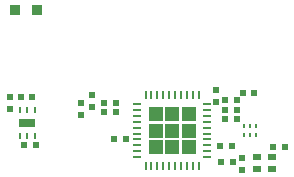
<source format=gtp>
%FSLAX44Y44*%
%MOMM*%
G71*
G01*
G75*
G04 Layer_Color=8421504*
%ADD10R,0.6000X0.6000*%
%ADD11R,0.6000X0.6000*%
%ADD12R,3.4800X0.2000*%
%ADD13R,0.4600X0.4600*%
%ADD14R,0.7500X0.6500*%
%ADD15R,0.2500X0.4000*%
%ADD16R,2.2000X1.0500*%
%ADD17R,1.0500X1.0000*%
%ADD18R,0.3500X0.6000*%
%ADD19R,1.6000X1.0000*%
%ADD20R,1.0000X1.0000*%
%ADD21O,0.7500X0.2800*%
%ADD22O,0.2800X0.7500*%
%ADD23R,4.2000X4.2000*%
%ADD24C,0.1500*%
%ADD25C,0.4000*%
%ADD26C,0.6000*%
%ADD27C,0.2200*%
%ADD28C,0.2500*%
%ADD29C,0.3000*%
%ADD30C,0.2000*%
%ADD31R,4.1148X1.3716*%
%ADD32R,1.0000X1.0000*%
%ADD33C,1.0000*%
%ADD34C,1.5000*%
%ADD35R,1.5000X1.5000*%
%ADD36C,0.4000*%
%ADD37R,1.2000X1.2000*%
%ADD38R,0.5000X0.5000*%
%ADD39R,0.5000X0.5000*%
%ADD40R,0.6500X0.5500*%
%ADD41R,0.1500X0.3000*%
%ADD42R,0.2500X0.5000*%
%ADD43R,1.4000X0.8000*%
%ADD44R,0.9000X0.9000*%
%ADD45O,0.7000X0.2300*%
%ADD46O,0.2300X0.7000*%
D37*
X2656750Y2553750D02*
D03*
X2642750D02*
D03*
X2628750D02*
D03*
Y2539750D02*
D03*
X2656750D02*
D03*
Y2525750D02*
D03*
X2642750D02*
D03*
X2628750D02*
D03*
X2642750Y2539750D02*
D03*
D38*
X2684250Y2513500D02*
D03*
X2694250D02*
D03*
X2595500Y2563500D02*
D03*
X2585500D02*
D03*
X2595250Y2555750D02*
D03*
X2585250D02*
D03*
X2603806Y2532766D02*
D03*
X2593806D02*
D03*
X2683500Y2527000D02*
D03*
X2693500Y2527000D02*
D03*
X2687500Y2565250D02*
D03*
X2697500D02*
D03*
X2687500Y2557250D02*
D03*
X2697500D02*
D03*
X2687500Y2549250D02*
D03*
X2697500D02*
D03*
X2712500Y2571250D02*
D03*
X2702500D02*
D03*
X2728000Y2525750D02*
D03*
X2738000D02*
D03*
X2514500Y2568000D02*
D03*
X2524500D02*
D03*
X2517250Y2527500D02*
D03*
X2527250D02*
D03*
D39*
X2565532Y2552912D02*
D03*
Y2562912D02*
D03*
X2702250Y2516500D02*
D03*
Y2506500D02*
D03*
X2679750Y2573750D02*
D03*
Y2563750D02*
D03*
X2505500Y2567750D02*
D03*
Y2557750D02*
D03*
X2575250Y2569750D02*
D03*
Y2559750D02*
D03*
D40*
X2714750Y2507000D02*
D03*
X2727750D02*
D03*
X2714750Y2517000D02*
D03*
X2727750D02*
D03*
D41*
X2713500Y2536000D02*
D03*
Y2544000D02*
D03*
X2708500Y2536000D02*
D03*
Y2544000D02*
D03*
X2703500Y2536000D02*
D03*
Y2544000D02*
D03*
D42*
X2513750Y2534750D02*
D03*
X2520250D02*
D03*
X2513750Y2556750D02*
D03*
X2520250D02*
D03*
X2526750Y2534750D02*
D03*
Y2556750D02*
D03*
D43*
X2520250Y2545750D02*
D03*
D44*
X2509500Y2642000D02*
D03*
X2528500D02*
D03*
D45*
X2613000Y2562250D02*
D03*
Y2557250D02*
D03*
Y2552250D02*
D03*
Y2547250D02*
D03*
Y2542250D02*
D03*
Y2537250D02*
D03*
Y2532250D02*
D03*
Y2527250D02*
D03*
Y2522250D02*
D03*
Y2517250D02*
D03*
X2672500D02*
D03*
Y2522250D02*
D03*
Y2527250D02*
D03*
Y2532250D02*
D03*
Y2537250D02*
D03*
Y2542250D02*
D03*
Y2547250D02*
D03*
Y2552250D02*
D03*
Y2557250D02*
D03*
Y2562250D02*
D03*
D46*
X2620250Y2510000D02*
D03*
X2625250D02*
D03*
X2630250D02*
D03*
X2635250D02*
D03*
X2640250D02*
D03*
X2645250D02*
D03*
X2650250D02*
D03*
X2655250D02*
D03*
X2660250D02*
D03*
X2665250D02*
D03*
Y2569500D02*
D03*
X2660250D02*
D03*
X2655250D02*
D03*
X2650250D02*
D03*
X2645250D02*
D03*
X2640250D02*
D03*
X2635250D02*
D03*
X2630250D02*
D03*
X2625250D02*
D03*
X2620250D02*
D03*
M02*

</source>
